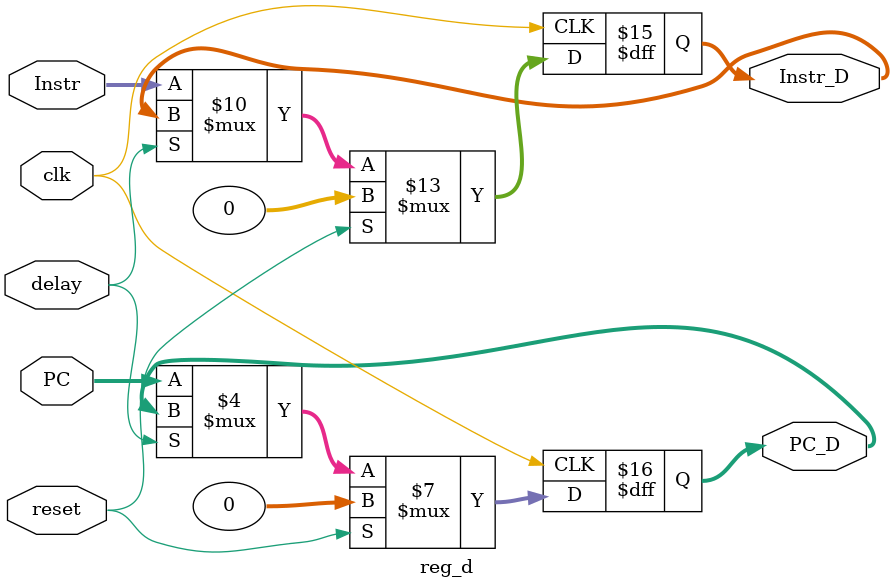
<source format=v>
`timescale 1ns / 1ps
module reg_d(
	 input clk,
	 input reset,
	 input delay,
	 input [31:0] Instr,
	 input [31:0] PC,
	 output reg [31:0] Instr_D,
	 output reg [31:0] PC_D
	 );
	 
initial begin
	Instr_D  = 0;
	PC_D = 0;
end

always @ (posedge clk) begin
	if(reset) begin
		Instr_D  <= 0;
		PC_D 	 	<= 0;
	end
	else if(delay) begin
		Instr_D  <= Instr_D;
		PC_D 	 	<= PC_D;
	end
	else begin
		Instr_D  <= Instr;
		PC_D 	 	<= PC;
	end
end

endmodule

</source>
